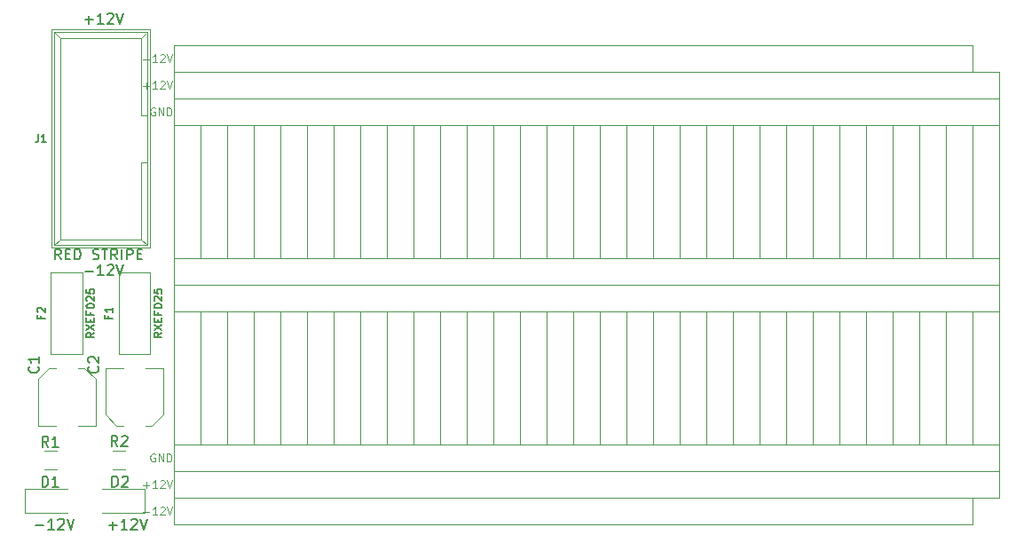
<source format=gbr>
G04 #@! TF.GenerationSoftware,KiCad,Pcbnew,5.1.5-52549c5~84~ubuntu18.04.1*
G04 #@! TF.CreationDate,2020-07-04T19:59:31-04:00*
G04 #@! TF.ProjectId,kosmo_proto_smd,6b6f736d-6f5f-4707-926f-746f5f736d64,rev?*
G04 #@! TF.SameCoordinates,Original*
G04 #@! TF.FileFunction,Legend,Top*
G04 #@! TF.FilePolarity,Positive*
%FSLAX46Y46*%
G04 Gerber Fmt 4.6, Leading zero omitted, Abs format (unit mm)*
G04 Created by KiCad (PCBNEW 5.1.5-52549c5~84~ubuntu18.04.1) date 2020-07-04 19:59:31*
%MOMM*%
%LPD*%
G04 APERTURE LIST*
%ADD10C,0.150000*%
%ADD11C,0.120000*%
%ADD12C,0.101600*%
G04 APERTURE END LIST*
D10*
X57293095Y-104211428D02*
X58055000Y-104211428D01*
X57674047Y-104592380D02*
X57674047Y-103830476D01*
X59055000Y-104592380D02*
X58483571Y-104592380D01*
X58769285Y-104592380D02*
X58769285Y-103592380D01*
X58674047Y-103735238D01*
X58578809Y-103830476D01*
X58483571Y-103878095D01*
X59435952Y-103687619D02*
X59483571Y-103640000D01*
X59578809Y-103592380D01*
X59816904Y-103592380D01*
X59912142Y-103640000D01*
X59959761Y-103687619D01*
X60007380Y-103782857D01*
X60007380Y-103878095D01*
X59959761Y-104020952D01*
X59388333Y-104592380D01*
X60007380Y-104592380D01*
X60293095Y-103592380D02*
X60626428Y-104592380D01*
X60959761Y-103592380D01*
X50308095Y-104211428D02*
X51070000Y-104211428D01*
X52070000Y-104592380D02*
X51498571Y-104592380D01*
X51784285Y-104592380D02*
X51784285Y-103592380D01*
X51689047Y-103735238D01*
X51593809Y-103830476D01*
X51498571Y-103878095D01*
X52450952Y-103687619D02*
X52498571Y-103640000D01*
X52593809Y-103592380D01*
X52831904Y-103592380D01*
X52927142Y-103640000D01*
X52974761Y-103687619D01*
X53022380Y-103782857D01*
X53022380Y-103878095D01*
X52974761Y-104020952D01*
X52403333Y-104592380D01*
X53022380Y-104592380D01*
X53308095Y-103592380D02*
X53641428Y-104592380D01*
X53974761Y-103592380D01*
D11*
X139700000Y-104140000D02*
X139700000Y-101600000D01*
X139700000Y-58420000D02*
X139700000Y-60960000D01*
X139700000Y-83820000D02*
X139700000Y-96520000D01*
X139700000Y-101600000D02*
X142240000Y-101600000D01*
X139700000Y-99060000D02*
X142240000Y-99060000D01*
X139700000Y-96520000D02*
X142240000Y-96520000D01*
X139700000Y-83820000D02*
X142240000Y-83820000D01*
X139700000Y-81280000D02*
X142240000Y-81280000D01*
X139700000Y-78740000D02*
X142240000Y-78740000D01*
X139700000Y-66040000D02*
X139700000Y-78740000D01*
X139700000Y-66040000D02*
X142240000Y-66040000D01*
X139700000Y-63500000D02*
X142240000Y-63500000D01*
X139700000Y-60960000D02*
X142240000Y-60960000D01*
X134620000Y-83820000D02*
X134620000Y-96520000D01*
X137160000Y-83820000D02*
X137160000Y-96520000D01*
X132080000Y-83820000D02*
X132080000Y-96520000D01*
X129540000Y-83820000D02*
X129540000Y-96520000D01*
X127000000Y-83820000D02*
X127000000Y-96520000D01*
X124460000Y-83820000D02*
X124460000Y-96520000D01*
X116840000Y-83820000D02*
X116840000Y-96520000D01*
X119380000Y-83820000D02*
X119380000Y-96520000D01*
X121920000Y-83820000D02*
X121920000Y-96520000D01*
X104140000Y-83820000D02*
X104140000Y-96520000D01*
X106680000Y-83820000D02*
X106680000Y-96520000D01*
X111760000Y-83820000D02*
X111760000Y-96520000D01*
X114300000Y-83820000D02*
X114300000Y-96520000D01*
X109220000Y-83820000D02*
X109220000Y-96520000D01*
X93980000Y-83820000D02*
X93980000Y-96520000D01*
X91440000Y-83820000D02*
X91440000Y-96520000D01*
X99060000Y-83820000D02*
X99060000Y-96520000D01*
X96520000Y-83820000D02*
X96520000Y-96520000D01*
X101600000Y-83820000D02*
X101600000Y-96520000D01*
X86360000Y-83820000D02*
X86360000Y-96520000D01*
X83820000Y-83820000D02*
X83820000Y-96520000D01*
X78740000Y-83820000D02*
X78740000Y-96520000D01*
X81280000Y-83820000D02*
X81280000Y-96520000D01*
X88900000Y-83820000D02*
X88900000Y-96520000D01*
X66040000Y-83820000D02*
X66040000Y-96520000D01*
X76200000Y-83820000D02*
X76200000Y-96520000D01*
X71120000Y-83820000D02*
X71120000Y-96520000D01*
X68580000Y-83820000D02*
X68580000Y-96520000D01*
X73660000Y-83820000D02*
X73660000Y-96520000D01*
X137160000Y-66040000D02*
X137160000Y-78740000D01*
X129540000Y-66040000D02*
X129540000Y-78740000D01*
X132080000Y-66040000D02*
X132080000Y-78740000D01*
X134620000Y-66040000D02*
X134620000Y-78740000D01*
X121920000Y-66040000D02*
X121920000Y-78740000D01*
X116840000Y-66040000D02*
X116840000Y-78740000D01*
X119380000Y-66040000D02*
X119380000Y-78740000D01*
X127000000Y-66040000D02*
X127000000Y-78740000D01*
X124460000Y-66040000D02*
X124460000Y-78740000D01*
X106680000Y-66040000D02*
X106680000Y-78740000D01*
X114300000Y-66040000D02*
X114300000Y-78740000D01*
X104140000Y-66040000D02*
X104140000Y-78740000D01*
X111760000Y-66040000D02*
X111760000Y-78740000D01*
X109220000Y-66040000D02*
X109220000Y-78740000D01*
X96520000Y-66040000D02*
X96520000Y-78740000D01*
X101600000Y-66040000D02*
X101600000Y-78740000D01*
X99060000Y-66040000D02*
X99060000Y-78740000D01*
X91440000Y-66040000D02*
X91440000Y-78740000D01*
X93980000Y-66040000D02*
X93980000Y-78740000D01*
X78740000Y-66040000D02*
X78740000Y-78740000D01*
X88900000Y-66040000D02*
X88900000Y-78740000D01*
X83820000Y-66040000D02*
X83820000Y-78740000D01*
X81280000Y-66040000D02*
X81280000Y-78740000D01*
X86360000Y-66040000D02*
X86360000Y-78740000D01*
X76200000Y-66040000D02*
X76200000Y-78740000D01*
X73660000Y-66040000D02*
X73660000Y-78740000D01*
X71120000Y-66040000D02*
X71120000Y-78740000D01*
X68580000Y-66040000D02*
X68580000Y-78740000D01*
X66040000Y-66040000D02*
X66040000Y-78740000D01*
X104140000Y-99060000D02*
X106680000Y-99060000D01*
X114300000Y-101600000D02*
X116840000Y-101600000D01*
X124460000Y-96520000D02*
X127000000Y-96520000D01*
X124460000Y-101600000D02*
X127000000Y-101600000D01*
X127000000Y-104140000D02*
X129540000Y-104140000D01*
X134620000Y-96520000D02*
X137160000Y-96520000D01*
X127000000Y-81280000D02*
X129540000Y-81280000D01*
X137160000Y-81280000D02*
X139700000Y-81280000D01*
X109220000Y-96520000D02*
X111760000Y-96520000D01*
X121920000Y-60960000D02*
X124460000Y-60960000D01*
X132080000Y-60960000D02*
X134620000Y-60960000D01*
X134620000Y-99060000D02*
X137160000Y-99060000D01*
X129540000Y-58420000D02*
X132080000Y-58420000D01*
X119380000Y-63500000D02*
X121920000Y-63500000D01*
X104140000Y-96520000D02*
X106680000Y-96520000D01*
X104140000Y-104140000D02*
X106680000Y-104140000D01*
X134620000Y-81280000D02*
X137160000Y-81280000D01*
X129540000Y-96520000D02*
X132080000Y-96520000D01*
X119380000Y-104140000D02*
X121920000Y-104140000D01*
X116840000Y-96520000D02*
X119380000Y-96520000D01*
X127000000Y-66040000D02*
X129540000Y-66040000D01*
X114300000Y-99060000D02*
X116840000Y-99060000D01*
X114300000Y-96520000D02*
X116840000Y-96520000D01*
X129540000Y-81280000D02*
X132080000Y-81280000D01*
X111760000Y-83820000D02*
X114300000Y-83820000D01*
X124460000Y-78740000D02*
X127000000Y-78740000D01*
X106680000Y-66040000D02*
X109220000Y-66040000D01*
X119380000Y-96520000D02*
X121920000Y-96520000D01*
X134620000Y-60960000D02*
X137160000Y-60960000D01*
X109220000Y-99060000D02*
X111760000Y-99060000D01*
X121920000Y-63500000D02*
X124460000Y-63500000D01*
X127000000Y-60960000D02*
X129540000Y-60960000D01*
X114300000Y-58420000D02*
X116840000Y-58420000D01*
X134620000Y-101600000D02*
X137160000Y-101600000D01*
X111760000Y-63500000D02*
X114300000Y-63500000D01*
X134620000Y-78740000D02*
X137160000Y-78740000D01*
X127000000Y-99060000D02*
X129540000Y-99060000D01*
X124460000Y-63500000D02*
X127000000Y-63500000D01*
X106680000Y-104140000D02*
X109220000Y-104140000D01*
X132080000Y-63500000D02*
X134620000Y-63500000D01*
X134620000Y-104140000D02*
X137160000Y-104140000D01*
X116840000Y-66040000D02*
X119380000Y-66040000D01*
X119380000Y-58420000D02*
X121920000Y-58420000D01*
X121920000Y-66040000D02*
X124460000Y-66040000D01*
X137160000Y-99060000D02*
X139700000Y-99060000D01*
X121920000Y-101600000D02*
X124460000Y-101600000D01*
X104140000Y-83820000D02*
X106680000Y-83820000D01*
X111760000Y-81280000D02*
X114300000Y-81280000D01*
X121920000Y-99060000D02*
X124460000Y-99060000D01*
X109220000Y-66040000D02*
X111760000Y-66040000D01*
X104140000Y-63500000D02*
X106680000Y-63500000D01*
X104140000Y-101600000D02*
X106680000Y-101600000D01*
X109220000Y-78740000D02*
X111760000Y-78740000D01*
X109220000Y-60960000D02*
X111760000Y-60960000D01*
X137160000Y-96520000D02*
X139700000Y-96520000D01*
X116840000Y-78740000D02*
X119380000Y-78740000D01*
X106680000Y-63500000D02*
X109220000Y-63500000D01*
X121920000Y-96520000D02*
X124460000Y-96520000D01*
X119380000Y-101600000D02*
X121920000Y-101600000D01*
X109220000Y-101600000D02*
X111760000Y-101600000D01*
X119380000Y-60960000D02*
X121920000Y-60960000D01*
X121920000Y-81280000D02*
X124460000Y-81280000D01*
X109220000Y-63500000D02*
X111760000Y-63500000D01*
X106680000Y-83820000D02*
X109220000Y-83820000D01*
X121920000Y-78740000D02*
X124460000Y-78740000D01*
X134620000Y-66040000D02*
X137160000Y-66040000D01*
X114300000Y-104140000D02*
X116840000Y-104140000D01*
X104140000Y-78740000D02*
X106680000Y-78740000D01*
X129540000Y-63500000D02*
X132080000Y-63500000D01*
X124460000Y-66040000D02*
X127000000Y-66040000D01*
X129540000Y-78740000D02*
X132080000Y-78740000D01*
X106680000Y-81280000D02*
X109220000Y-81280000D01*
X111760000Y-60960000D02*
X114300000Y-60960000D01*
X116840000Y-63500000D02*
X119380000Y-63500000D01*
X106680000Y-60960000D02*
X109220000Y-60960000D01*
X137160000Y-104140000D02*
X139700000Y-104140000D01*
X116840000Y-81280000D02*
X119380000Y-81280000D01*
X109220000Y-83820000D02*
X111760000Y-83820000D01*
X114300000Y-81280000D02*
X116840000Y-81280000D01*
X116840000Y-104140000D02*
X119380000Y-104140000D01*
X124460000Y-83820000D02*
X127000000Y-83820000D01*
X114300000Y-60960000D02*
X116840000Y-60960000D01*
X106680000Y-101600000D02*
X109220000Y-101600000D01*
X132080000Y-83820000D02*
X134620000Y-83820000D01*
X104140000Y-81280000D02*
X106680000Y-81280000D01*
X111760000Y-104140000D02*
X114300000Y-104140000D01*
X121920000Y-83820000D02*
X124460000Y-83820000D01*
X114300000Y-78740000D02*
X116840000Y-78740000D01*
X134620000Y-58420000D02*
X137160000Y-58420000D01*
X116840000Y-83820000D02*
X119380000Y-83820000D01*
X127000000Y-78740000D02*
X129540000Y-78740000D01*
X137160000Y-101600000D02*
X139700000Y-101600000D01*
X116840000Y-99060000D02*
X119380000Y-99060000D01*
X132080000Y-66040000D02*
X134620000Y-66040000D01*
X104140000Y-58420000D02*
X106680000Y-58420000D01*
X119380000Y-78740000D02*
X121920000Y-78740000D01*
X111760000Y-66040000D02*
X114300000Y-66040000D01*
X124460000Y-104140000D02*
X127000000Y-104140000D01*
X104140000Y-66040000D02*
X106680000Y-66040000D01*
X132080000Y-58420000D02*
X134620000Y-58420000D01*
X132080000Y-99060000D02*
X134620000Y-99060000D01*
X124460000Y-81280000D02*
X127000000Y-81280000D01*
X119380000Y-81280000D02*
X121920000Y-81280000D01*
X106680000Y-78740000D02*
X109220000Y-78740000D01*
X124460000Y-60960000D02*
X127000000Y-60960000D01*
X116840000Y-101600000D02*
X119380000Y-101600000D01*
X127000000Y-96520000D02*
X129540000Y-96520000D01*
X106680000Y-58420000D02*
X109220000Y-58420000D01*
X111760000Y-58420000D02*
X114300000Y-58420000D01*
X129540000Y-101600000D02*
X132080000Y-101600000D01*
X124460000Y-99060000D02*
X127000000Y-99060000D01*
X114300000Y-63500000D02*
X116840000Y-63500000D01*
X106680000Y-96520000D02*
X109220000Y-96520000D01*
X127000000Y-58420000D02*
X129540000Y-58420000D01*
X119380000Y-99060000D02*
X121920000Y-99060000D01*
X137160000Y-66040000D02*
X139700000Y-66040000D01*
X137160000Y-78740000D02*
X139700000Y-78740000D01*
X111760000Y-101600000D02*
X114300000Y-101600000D01*
X132080000Y-78740000D02*
X134620000Y-78740000D01*
X119380000Y-66040000D02*
X121920000Y-66040000D01*
X137160000Y-60960000D02*
X139700000Y-60960000D01*
X137160000Y-58420000D02*
X139700000Y-58420000D01*
X111760000Y-99060000D02*
X114300000Y-99060000D01*
X121920000Y-58420000D02*
X124460000Y-58420000D01*
X121920000Y-104140000D02*
X124460000Y-104140000D01*
X114300000Y-83820000D02*
X116840000Y-83820000D01*
X116840000Y-60960000D02*
X119380000Y-60960000D01*
X129540000Y-83820000D02*
X132080000Y-83820000D01*
X134620000Y-63500000D02*
X137160000Y-63500000D01*
X111760000Y-78740000D02*
X114300000Y-78740000D01*
X127000000Y-63500000D02*
X129540000Y-63500000D01*
X132080000Y-101600000D02*
X134620000Y-101600000D01*
X132080000Y-96520000D02*
X134620000Y-96520000D01*
X129540000Y-99060000D02*
X132080000Y-99060000D01*
X129540000Y-60960000D02*
X132080000Y-60960000D01*
X137160000Y-63500000D02*
X139700000Y-63500000D01*
X109220000Y-81280000D02*
X111760000Y-81280000D01*
X111760000Y-96520000D02*
X114300000Y-96520000D01*
X116840000Y-58420000D02*
X119380000Y-58420000D01*
X119380000Y-83820000D02*
X121920000Y-83820000D01*
X129540000Y-66040000D02*
X132080000Y-66040000D01*
X129540000Y-104140000D02*
X132080000Y-104140000D01*
X137160000Y-83820000D02*
X139700000Y-83820000D01*
X124460000Y-58420000D02*
X127000000Y-58420000D01*
X127000000Y-101600000D02*
X129540000Y-101600000D01*
X104140000Y-60960000D02*
X106680000Y-60960000D01*
X109220000Y-104140000D02*
X111760000Y-104140000D01*
X109220000Y-58420000D02*
X111760000Y-58420000D01*
X127000000Y-83820000D02*
X129540000Y-83820000D01*
X106680000Y-99060000D02*
X109220000Y-99060000D01*
X142240000Y-60960000D02*
X142240000Y-101600000D01*
X114300000Y-66040000D02*
X116840000Y-66040000D01*
X132080000Y-81280000D02*
X134620000Y-81280000D01*
X132080000Y-104140000D02*
X134620000Y-104140000D01*
X134620000Y-83820000D02*
X137160000Y-83820000D01*
X93980000Y-96520000D02*
X96520000Y-96520000D01*
X93980000Y-101600000D02*
X96520000Y-101600000D01*
X96520000Y-104140000D02*
X99060000Y-104140000D01*
X96520000Y-81280000D02*
X99060000Y-81280000D01*
X101600000Y-60960000D02*
X104140000Y-60960000D01*
X99060000Y-58420000D02*
X101600000Y-58420000D01*
X99060000Y-96520000D02*
X101600000Y-96520000D01*
X96520000Y-66040000D02*
X99060000Y-66040000D01*
X99060000Y-81280000D02*
X101600000Y-81280000D01*
X93980000Y-78740000D02*
X96520000Y-78740000D01*
X96520000Y-60960000D02*
X99060000Y-60960000D01*
X96520000Y-99060000D02*
X99060000Y-99060000D01*
X93980000Y-63500000D02*
X96520000Y-63500000D01*
X101600000Y-63500000D02*
X104140000Y-63500000D01*
X99060000Y-63500000D02*
X101600000Y-63500000D01*
X93980000Y-66040000D02*
X96520000Y-66040000D01*
X99060000Y-78740000D02*
X101600000Y-78740000D01*
X93980000Y-83820000D02*
X96520000Y-83820000D01*
X101600000Y-83820000D02*
X104140000Y-83820000D01*
X96520000Y-78740000D02*
X99060000Y-78740000D01*
X101600000Y-66040000D02*
X104140000Y-66040000D01*
X93980000Y-104140000D02*
X96520000Y-104140000D01*
X101600000Y-58420000D02*
X104140000Y-58420000D01*
X101600000Y-99060000D02*
X104140000Y-99060000D01*
X93980000Y-81280000D02*
X96520000Y-81280000D01*
X93980000Y-60960000D02*
X96520000Y-60960000D01*
X96520000Y-96520000D02*
X99060000Y-96520000D01*
X99060000Y-101600000D02*
X101600000Y-101600000D01*
X93980000Y-99060000D02*
X96520000Y-99060000D01*
X96520000Y-58420000D02*
X99060000Y-58420000D01*
X101600000Y-78740000D02*
X104140000Y-78740000D01*
X99060000Y-83820000D02*
X101600000Y-83820000D01*
X96520000Y-63500000D02*
X99060000Y-63500000D01*
X101600000Y-101600000D02*
X104140000Y-101600000D01*
X101600000Y-96520000D02*
X104140000Y-96520000D01*
X99060000Y-99060000D02*
X101600000Y-99060000D01*
X99060000Y-60960000D02*
X101600000Y-60960000D01*
X99060000Y-66040000D02*
X101600000Y-66040000D01*
X99060000Y-104140000D02*
X101600000Y-104140000D01*
X93980000Y-58420000D02*
X96520000Y-58420000D01*
X96520000Y-101600000D02*
X99060000Y-101600000D01*
X96520000Y-83820000D02*
X99060000Y-83820000D01*
X101600000Y-81280000D02*
X104140000Y-81280000D01*
X101600000Y-104140000D02*
X104140000Y-104140000D01*
X83820000Y-101600000D02*
X86360000Y-101600000D01*
X91440000Y-60960000D02*
X93980000Y-60960000D01*
X88900000Y-63500000D02*
X91440000Y-63500000D01*
X88900000Y-104140000D02*
X91440000Y-104140000D01*
X86360000Y-96520000D02*
X88900000Y-96520000D01*
X83820000Y-99060000D02*
X86360000Y-99060000D01*
X83820000Y-96520000D02*
X86360000Y-96520000D01*
X88900000Y-96520000D02*
X91440000Y-96520000D01*
X91440000Y-63500000D02*
X93980000Y-63500000D01*
X83820000Y-58420000D02*
X86360000Y-58420000D01*
X86360000Y-66040000D02*
X88900000Y-66040000D01*
X88900000Y-58420000D02*
X91440000Y-58420000D01*
X91440000Y-66040000D02*
X93980000Y-66040000D01*
X91440000Y-101600000D02*
X93980000Y-101600000D01*
X91440000Y-99060000D02*
X93980000Y-99060000D01*
X86360000Y-78740000D02*
X88900000Y-78740000D01*
X91440000Y-96520000D02*
X93980000Y-96520000D01*
X88900000Y-101600000D02*
X91440000Y-101600000D01*
X88900000Y-60960000D02*
X91440000Y-60960000D01*
X91440000Y-81280000D02*
X93980000Y-81280000D01*
X91440000Y-78740000D02*
X93980000Y-78740000D01*
X83820000Y-104140000D02*
X86360000Y-104140000D01*
X86360000Y-63500000D02*
X88900000Y-63500000D01*
X86360000Y-81280000D02*
X88900000Y-81280000D01*
X83820000Y-81280000D02*
X86360000Y-81280000D01*
X86360000Y-104140000D02*
X88900000Y-104140000D01*
X83820000Y-60960000D02*
X86360000Y-60960000D01*
X91440000Y-83820000D02*
X93980000Y-83820000D01*
X83820000Y-78740000D02*
X86360000Y-78740000D01*
X86360000Y-83820000D02*
X88900000Y-83820000D01*
X86360000Y-99060000D02*
X88900000Y-99060000D01*
X88900000Y-78740000D02*
X91440000Y-78740000D01*
X88900000Y-81280000D02*
X91440000Y-81280000D01*
X86360000Y-101600000D02*
X88900000Y-101600000D01*
X83820000Y-63500000D02*
X86360000Y-63500000D01*
X88900000Y-99060000D02*
X91440000Y-99060000D01*
X88900000Y-66040000D02*
X91440000Y-66040000D01*
X91440000Y-58420000D02*
X93980000Y-58420000D01*
X91440000Y-104140000D02*
X93980000Y-104140000D01*
X83820000Y-83820000D02*
X86360000Y-83820000D01*
X86360000Y-60960000D02*
X88900000Y-60960000D01*
X86360000Y-58420000D02*
X88900000Y-58420000D01*
X88900000Y-83820000D02*
X91440000Y-83820000D01*
X83820000Y-66040000D02*
X86360000Y-66040000D01*
X73660000Y-99060000D02*
X76200000Y-99060000D01*
X78740000Y-96520000D02*
X81280000Y-96520000D01*
X73660000Y-96520000D02*
X76200000Y-96520000D01*
X73660000Y-104140000D02*
X76200000Y-104140000D01*
X81280000Y-83820000D02*
X83820000Y-83820000D01*
X76200000Y-66040000D02*
X78740000Y-66040000D01*
X78740000Y-99060000D02*
X81280000Y-99060000D01*
X81280000Y-63500000D02*
X83820000Y-63500000D01*
X76200000Y-104140000D02*
X78740000Y-104140000D01*
X73660000Y-83820000D02*
X76200000Y-83820000D01*
X81280000Y-81280000D02*
X83820000Y-81280000D01*
X78740000Y-66040000D02*
X81280000Y-66040000D01*
X73660000Y-63500000D02*
X76200000Y-63500000D01*
X73660000Y-101600000D02*
X76200000Y-101600000D01*
X78740000Y-78740000D02*
X81280000Y-78740000D01*
X78740000Y-60960000D02*
X81280000Y-60960000D01*
X76200000Y-63500000D02*
X78740000Y-63500000D01*
X78740000Y-101600000D02*
X81280000Y-101600000D01*
X78740000Y-63500000D02*
X81280000Y-63500000D01*
X76200000Y-83820000D02*
X78740000Y-83820000D01*
X73660000Y-78740000D02*
X76200000Y-78740000D01*
X76200000Y-81280000D02*
X78740000Y-81280000D01*
X81280000Y-60960000D02*
X83820000Y-60960000D01*
X76200000Y-60960000D02*
X78740000Y-60960000D01*
X78740000Y-83820000D02*
X81280000Y-83820000D01*
X76200000Y-101600000D02*
X78740000Y-101600000D01*
X73660000Y-81280000D02*
X76200000Y-81280000D01*
X81280000Y-104140000D02*
X83820000Y-104140000D01*
X73660000Y-58420000D02*
X76200000Y-58420000D01*
X81280000Y-66040000D02*
X83820000Y-66040000D01*
X73660000Y-66040000D02*
X76200000Y-66040000D01*
X76200000Y-78740000D02*
X78740000Y-78740000D01*
X76200000Y-58420000D02*
X78740000Y-58420000D01*
X81280000Y-58420000D02*
X83820000Y-58420000D01*
X76200000Y-96520000D02*
X78740000Y-96520000D01*
X81280000Y-101600000D02*
X83820000Y-101600000D01*
X81280000Y-99060000D02*
X83820000Y-99060000D01*
X81280000Y-78740000D02*
X83820000Y-78740000D01*
X78740000Y-81280000D02*
X81280000Y-81280000D01*
X81280000Y-96520000D02*
X83820000Y-96520000D01*
X73660000Y-60960000D02*
X76200000Y-60960000D01*
X78740000Y-104140000D02*
X81280000Y-104140000D01*
X78740000Y-58420000D02*
X81280000Y-58420000D01*
X76200000Y-99060000D02*
X78740000Y-99060000D01*
X71120000Y-96520000D02*
X73660000Y-96520000D01*
X71120000Y-99060000D02*
X73660000Y-99060000D01*
X71120000Y-66040000D02*
X73660000Y-66040000D01*
X71120000Y-78740000D02*
X73660000Y-78740000D01*
X71120000Y-60960000D02*
X73660000Y-60960000D01*
X71120000Y-101600000D02*
X73660000Y-101600000D01*
X71120000Y-63500000D02*
X73660000Y-63500000D01*
X71120000Y-83820000D02*
X73660000Y-83820000D01*
X71120000Y-81280000D02*
X73660000Y-81280000D01*
X71120000Y-104140000D02*
X73660000Y-104140000D01*
X71120000Y-58420000D02*
X73660000Y-58420000D01*
X68580000Y-66040000D02*
X71120000Y-66040000D01*
X68580000Y-104140000D02*
X71120000Y-104140000D01*
X68580000Y-63500000D02*
X71120000Y-63500000D01*
X68580000Y-83820000D02*
X71120000Y-83820000D01*
X68580000Y-81280000D02*
X71120000Y-81280000D01*
X68580000Y-60960000D02*
X71120000Y-60960000D01*
X68580000Y-101600000D02*
X71120000Y-101600000D01*
X68580000Y-78740000D02*
X71120000Y-78740000D01*
X68580000Y-58420000D02*
X71120000Y-58420000D01*
X68580000Y-96520000D02*
X71120000Y-96520000D01*
X68580000Y-99060000D02*
X71120000Y-99060000D01*
X66040000Y-99060000D02*
X68580000Y-99060000D01*
X66040000Y-96520000D02*
X68580000Y-96520000D01*
X66040000Y-104140000D02*
X68580000Y-104140000D01*
X66040000Y-83820000D02*
X68580000Y-83820000D01*
X66040000Y-63500000D02*
X68580000Y-63500000D01*
X66040000Y-101600000D02*
X68580000Y-101600000D01*
X66040000Y-78740000D02*
X68580000Y-78740000D01*
X66040000Y-81280000D02*
X68580000Y-81280000D01*
X66040000Y-58420000D02*
X68580000Y-58420000D01*
X66040000Y-66040000D02*
X68580000Y-66040000D01*
X66040000Y-60960000D02*
X68580000Y-60960000D01*
X63500000Y-104140000D02*
X66040000Y-104140000D01*
X63500000Y-101600000D02*
X66040000Y-101600000D01*
X63500000Y-99060000D02*
X66040000Y-99060000D01*
X63500000Y-96520000D02*
X66040000Y-96520000D01*
X63500000Y-83820000D02*
X66040000Y-83820000D01*
X63500000Y-81280000D02*
X66040000Y-81280000D01*
X63500000Y-78740000D02*
X66040000Y-78740000D01*
X63500000Y-58420000D02*
X66040000Y-58420000D01*
X63500000Y-60960000D02*
X66040000Y-60960000D01*
X63500000Y-63500000D02*
X66040000Y-63500000D01*
X63500000Y-66040000D02*
X66040000Y-66040000D01*
X63500000Y-58420000D02*
X63500000Y-104140000D01*
D12*
X60567388Y-102924428D02*
X61147960Y-102924428D01*
X61909960Y-103214714D02*
X61474531Y-103214714D01*
X61692245Y-103214714D02*
X61692245Y-102452714D01*
X61619674Y-102561571D01*
X61547102Y-102634142D01*
X61474531Y-102670428D01*
X62200245Y-102525285D02*
X62236531Y-102489000D01*
X62309102Y-102452714D01*
X62490531Y-102452714D01*
X62563102Y-102489000D01*
X62599388Y-102525285D01*
X62635674Y-102597857D01*
X62635674Y-102670428D01*
X62599388Y-102779285D01*
X62163960Y-103214714D01*
X62635674Y-103214714D01*
X62853388Y-102452714D02*
X63107388Y-103214714D01*
X63361388Y-102452714D01*
X61692245Y-97409000D02*
X61619674Y-97372714D01*
X61510817Y-97372714D01*
X61401960Y-97409000D01*
X61329388Y-97481571D01*
X61293102Y-97554142D01*
X61256817Y-97699285D01*
X61256817Y-97808142D01*
X61293102Y-97953285D01*
X61329388Y-98025857D01*
X61401960Y-98098428D01*
X61510817Y-98134714D01*
X61583388Y-98134714D01*
X61692245Y-98098428D01*
X61728531Y-98062142D01*
X61728531Y-97808142D01*
X61583388Y-97808142D01*
X62055102Y-98134714D02*
X62055102Y-97372714D01*
X62490531Y-98134714D01*
X62490531Y-97372714D01*
X62853388Y-98134714D02*
X62853388Y-97372714D01*
X63034817Y-97372714D01*
X63143674Y-97409000D01*
X63216245Y-97481571D01*
X63252531Y-97554142D01*
X63288817Y-97699285D01*
X63288817Y-97808142D01*
X63252531Y-97953285D01*
X63216245Y-98025857D01*
X63143674Y-98098428D01*
X63034817Y-98134714D01*
X62853388Y-98134714D01*
X60567388Y-100384428D02*
X61147960Y-100384428D01*
X60857674Y-100674714D02*
X60857674Y-100094142D01*
X61909960Y-100674714D02*
X61474531Y-100674714D01*
X61692245Y-100674714D02*
X61692245Y-99912714D01*
X61619674Y-100021571D01*
X61547102Y-100094142D01*
X61474531Y-100130428D01*
X62200245Y-99985285D02*
X62236531Y-99949000D01*
X62309102Y-99912714D01*
X62490531Y-99912714D01*
X62563102Y-99949000D01*
X62599388Y-99985285D01*
X62635674Y-100057857D01*
X62635674Y-100130428D01*
X62599388Y-100239285D01*
X62163960Y-100674714D01*
X62635674Y-100674714D01*
X62853388Y-99912714D02*
X63107388Y-100674714D01*
X63361388Y-99912714D01*
X60567388Y-62284428D02*
X61147960Y-62284428D01*
X60857674Y-62574714D02*
X60857674Y-61994142D01*
X61909960Y-62574714D02*
X61474531Y-62574714D01*
X61692245Y-62574714D02*
X61692245Y-61812714D01*
X61619674Y-61921571D01*
X61547102Y-61994142D01*
X61474531Y-62030428D01*
X62200245Y-61885285D02*
X62236531Y-61849000D01*
X62309102Y-61812714D01*
X62490531Y-61812714D01*
X62563102Y-61849000D01*
X62599388Y-61885285D01*
X62635674Y-61957857D01*
X62635674Y-62030428D01*
X62599388Y-62139285D01*
X62163960Y-62574714D01*
X62635674Y-62574714D01*
X62853388Y-61812714D02*
X63107388Y-62574714D01*
X63361388Y-61812714D01*
X61692245Y-64389000D02*
X61619674Y-64352714D01*
X61510817Y-64352714D01*
X61401960Y-64389000D01*
X61329388Y-64461571D01*
X61293102Y-64534142D01*
X61256817Y-64679285D01*
X61256817Y-64788142D01*
X61293102Y-64933285D01*
X61329388Y-65005857D01*
X61401960Y-65078428D01*
X61510817Y-65114714D01*
X61583388Y-65114714D01*
X61692245Y-65078428D01*
X61728531Y-65042142D01*
X61728531Y-64788142D01*
X61583388Y-64788142D01*
X62055102Y-65114714D02*
X62055102Y-64352714D01*
X62490531Y-65114714D01*
X62490531Y-64352714D01*
X62853388Y-65114714D02*
X62853388Y-64352714D01*
X63034817Y-64352714D01*
X63143674Y-64389000D01*
X63216245Y-64461571D01*
X63252531Y-64534142D01*
X63288817Y-64679285D01*
X63288817Y-64788142D01*
X63252531Y-64933285D01*
X63216245Y-65005857D01*
X63143674Y-65078428D01*
X63034817Y-65114714D01*
X62853388Y-65114714D01*
X60567388Y-59744428D02*
X61147960Y-59744428D01*
X61909960Y-60034714D02*
X61474531Y-60034714D01*
X61692245Y-60034714D02*
X61692245Y-59272714D01*
X61619674Y-59381571D01*
X61547102Y-59454142D01*
X61474531Y-59490428D01*
X62200245Y-59345285D02*
X62236531Y-59309000D01*
X62309102Y-59272714D01*
X62490531Y-59272714D01*
X62563102Y-59309000D01*
X62599388Y-59345285D01*
X62635674Y-59417857D01*
X62635674Y-59490428D01*
X62599388Y-59599285D01*
X62163960Y-60034714D01*
X62635674Y-60034714D01*
X62853388Y-59272714D02*
X63107388Y-60034714D01*
X63361388Y-59272714D01*
D11*
X60385000Y-69560000D02*
X60385000Y-76940000D01*
X60885000Y-69560000D02*
X60405000Y-69560000D01*
X60385000Y-65060000D02*
X60895000Y-65060000D01*
X60385000Y-57690000D02*
X60385000Y-65040000D01*
X60385000Y-57690000D02*
X60885000Y-57190000D01*
X52635000Y-57690000D02*
X60385000Y-57690000D01*
X52635000Y-57690000D02*
X52085000Y-57140000D01*
X52635000Y-76940000D02*
X52635000Y-57690000D01*
X52635000Y-76940000D02*
X52085000Y-77490000D01*
X60385000Y-76940000D02*
X52635000Y-76940000D01*
X60935000Y-77490000D02*
X60385000Y-76940000D01*
X60935000Y-57140000D02*
X60935000Y-77490000D01*
X52085000Y-57140000D02*
X60935000Y-57140000D01*
X52085000Y-77490000D02*
X52085000Y-57140000D01*
X60935000Y-77490000D02*
X52085000Y-77490000D01*
X61190000Y-77740000D02*
X51840000Y-77740000D01*
X61190000Y-56880000D02*
X61190000Y-77740000D01*
X51840000Y-56880000D02*
X61190000Y-56880000D01*
X51840000Y-77740000D02*
X51840000Y-56880000D01*
X58829564Y-97058000D02*
X57625436Y-97058000D01*
X58829564Y-98878000D02*
X57625436Y-98878000D01*
X52358564Y-97058000D02*
X51154436Y-97058000D01*
X52358564Y-98878000D02*
X51154436Y-98878000D01*
X51769000Y-80098000D02*
X54769000Y-80098000D01*
X51769000Y-87838000D02*
X54769000Y-87838000D01*
X54769000Y-87838000D02*
X54769000Y-80098000D01*
X51769000Y-87838000D02*
X51769000Y-80098000D01*
X58215000Y-80098000D02*
X61215000Y-80098000D01*
X58215000Y-87838000D02*
X61215000Y-87838000D01*
X61215000Y-87838000D02*
X61215000Y-80098000D01*
X58215000Y-87838000D02*
X58215000Y-80098000D01*
X60687500Y-100719000D02*
X56627500Y-100719000D01*
X60687500Y-102989000D02*
X60687500Y-100719000D01*
X56627500Y-102989000D02*
X60687500Y-102989000D01*
X49296500Y-102989000D02*
X53356500Y-102989000D01*
X49296500Y-100719000D02*
X49296500Y-102989000D01*
X53356500Y-100719000D02*
X49296500Y-100719000D01*
X51573437Y-89208000D02*
X50509000Y-90272437D01*
X54964563Y-89208000D02*
X56029000Y-90272437D01*
X54964563Y-89208000D02*
X54329000Y-89208000D01*
X51573437Y-89208000D02*
X52209000Y-89208000D01*
X50509000Y-90272437D02*
X50509000Y-94728000D01*
X56029000Y-90272437D02*
X56029000Y-94728000D01*
X56029000Y-94728000D02*
X54329000Y-94728000D01*
X50509000Y-94728000D02*
X52209000Y-94728000D01*
X61410563Y-94728000D02*
X62475000Y-93663563D01*
X58019437Y-94728000D02*
X56955000Y-93663563D01*
X58019437Y-94728000D02*
X58655000Y-94728000D01*
X61410563Y-94728000D02*
X60775000Y-94728000D01*
X62475000Y-93663563D02*
X62475000Y-89208000D01*
X56955000Y-93663563D02*
X56955000Y-89208000D01*
X56955000Y-89208000D02*
X58655000Y-89208000D01*
X62475000Y-89208000D02*
X60775000Y-89208000D01*
D10*
X50550000Y-66899285D02*
X50550000Y-67435000D01*
X50514285Y-67542142D01*
X50442857Y-67613571D01*
X50335714Y-67649285D01*
X50264285Y-67649285D01*
X51300000Y-67649285D02*
X50871428Y-67649285D01*
X51085714Y-67649285D02*
X51085714Y-66899285D01*
X51014285Y-67006428D01*
X50942857Y-67077857D01*
X50871428Y-67113571D01*
X52713571Y-78842380D02*
X52380238Y-78366190D01*
X52142142Y-78842380D02*
X52142142Y-77842380D01*
X52523095Y-77842380D01*
X52618333Y-77890000D01*
X52665952Y-77937619D01*
X52713571Y-78032857D01*
X52713571Y-78175714D01*
X52665952Y-78270952D01*
X52618333Y-78318571D01*
X52523095Y-78366190D01*
X52142142Y-78366190D01*
X53142142Y-78318571D02*
X53475476Y-78318571D01*
X53618333Y-78842380D02*
X53142142Y-78842380D01*
X53142142Y-77842380D01*
X53618333Y-77842380D01*
X54046904Y-78842380D02*
X54046904Y-77842380D01*
X54285000Y-77842380D01*
X54427857Y-77890000D01*
X54523095Y-77985238D01*
X54570714Y-78080476D01*
X54618333Y-78270952D01*
X54618333Y-78413809D01*
X54570714Y-78604285D01*
X54523095Y-78699523D01*
X54427857Y-78794761D01*
X54285000Y-78842380D01*
X54046904Y-78842380D01*
X55761190Y-78794761D02*
X55904047Y-78842380D01*
X56142142Y-78842380D01*
X56237380Y-78794761D01*
X56285000Y-78747142D01*
X56332619Y-78651904D01*
X56332619Y-78556666D01*
X56285000Y-78461428D01*
X56237380Y-78413809D01*
X56142142Y-78366190D01*
X55951666Y-78318571D01*
X55856428Y-78270952D01*
X55808809Y-78223333D01*
X55761190Y-78128095D01*
X55761190Y-78032857D01*
X55808809Y-77937619D01*
X55856428Y-77890000D01*
X55951666Y-77842380D01*
X56189761Y-77842380D01*
X56332619Y-77890000D01*
X56618333Y-77842380D02*
X57189761Y-77842380D01*
X56904047Y-78842380D02*
X56904047Y-77842380D01*
X58094523Y-78842380D02*
X57761190Y-78366190D01*
X57523095Y-78842380D02*
X57523095Y-77842380D01*
X57904047Y-77842380D01*
X57999285Y-77890000D01*
X58046904Y-77937619D01*
X58094523Y-78032857D01*
X58094523Y-78175714D01*
X58046904Y-78270952D01*
X57999285Y-78318571D01*
X57904047Y-78366190D01*
X57523095Y-78366190D01*
X58523095Y-78842380D02*
X58523095Y-77842380D01*
X58999285Y-78842380D02*
X58999285Y-77842380D01*
X59380238Y-77842380D01*
X59475476Y-77890000D01*
X59523095Y-77937619D01*
X59570714Y-78032857D01*
X59570714Y-78175714D01*
X59523095Y-78270952D01*
X59475476Y-78318571D01*
X59380238Y-78366190D01*
X58999285Y-78366190D01*
X59999285Y-78318571D02*
X60332619Y-78318571D01*
X60475476Y-78842380D02*
X59999285Y-78842380D01*
X59999285Y-77842380D01*
X60475476Y-77842380D01*
X55023095Y-79961428D02*
X55785000Y-79961428D01*
X56785000Y-80342380D02*
X56213571Y-80342380D01*
X56499285Y-80342380D02*
X56499285Y-79342380D01*
X56404047Y-79485238D01*
X56308809Y-79580476D01*
X56213571Y-79628095D01*
X57165952Y-79437619D02*
X57213571Y-79390000D01*
X57308809Y-79342380D01*
X57546904Y-79342380D01*
X57642142Y-79390000D01*
X57689761Y-79437619D01*
X57737380Y-79532857D01*
X57737380Y-79628095D01*
X57689761Y-79770952D01*
X57118333Y-80342380D01*
X57737380Y-80342380D01*
X58023095Y-79342380D02*
X58356428Y-80342380D01*
X58689761Y-79342380D01*
X55023095Y-55961428D02*
X55785000Y-55961428D01*
X55404047Y-56342380D02*
X55404047Y-55580476D01*
X56785000Y-56342380D02*
X56213571Y-56342380D01*
X56499285Y-56342380D02*
X56499285Y-55342380D01*
X56404047Y-55485238D01*
X56308809Y-55580476D01*
X56213571Y-55628095D01*
X57165952Y-55437619D02*
X57213571Y-55390000D01*
X57308809Y-55342380D01*
X57546904Y-55342380D01*
X57642142Y-55390000D01*
X57689761Y-55437619D01*
X57737380Y-55532857D01*
X57737380Y-55628095D01*
X57689761Y-55770952D01*
X57118333Y-56342380D01*
X57737380Y-56342380D01*
X58023095Y-55342380D02*
X58356428Y-56342380D01*
X58689761Y-55342380D01*
X58126333Y-96654880D02*
X57793000Y-96178690D01*
X57554904Y-96654880D02*
X57554904Y-95654880D01*
X57935857Y-95654880D01*
X58031095Y-95702500D01*
X58078714Y-95750119D01*
X58126333Y-95845357D01*
X58126333Y-95988214D01*
X58078714Y-96083452D01*
X58031095Y-96131071D01*
X57935857Y-96178690D01*
X57554904Y-96178690D01*
X58507285Y-95750119D02*
X58554904Y-95702500D01*
X58650142Y-95654880D01*
X58888238Y-95654880D01*
X58983476Y-95702500D01*
X59031095Y-95750119D01*
X59078714Y-95845357D01*
X59078714Y-95940595D01*
X59031095Y-96083452D01*
X58459666Y-96654880D01*
X59078714Y-96654880D01*
X51522333Y-96718380D02*
X51189000Y-96242190D01*
X50950904Y-96718380D02*
X50950904Y-95718380D01*
X51331857Y-95718380D01*
X51427095Y-95766000D01*
X51474714Y-95813619D01*
X51522333Y-95908857D01*
X51522333Y-96051714D01*
X51474714Y-96146952D01*
X51427095Y-96194571D01*
X51331857Y-96242190D01*
X50950904Y-96242190D01*
X52474714Y-96718380D02*
X51903285Y-96718380D01*
X52189000Y-96718380D02*
X52189000Y-95718380D01*
X52093761Y-95861238D01*
X51998523Y-95956476D01*
X51903285Y-96004095D01*
X50815428Y-84218000D02*
X50815428Y-84468000D01*
X51208285Y-84468000D02*
X50458285Y-84468000D01*
X50458285Y-84110857D01*
X50529714Y-83860857D02*
X50494000Y-83825142D01*
X50458285Y-83753714D01*
X50458285Y-83575142D01*
X50494000Y-83503714D01*
X50529714Y-83468000D01*
X50601142Y-83432285D01*
X50672571Y-83432285D01*
X50779714Y-83468000D01*
X51208285Y-83896571D01*
X51208285Y-83432285D01*
X55908285Y-85825142D02*
X55551142Y-86075142D01*
X55908285Y-86253714D02*
X55158285Y-86253714D01*
X55158285Y-85968000D01*
X55194000Y-85896571D01*
X55229714Y-85860857D01*
X55301142Y-85825142D01*
X55408285Y-85825142D01*
X55479714Y-85860857D01*
X55515428Y-85896571D01*
X55551142Y-85968000D01*
X55551142Y-86253714D01*
X55158285Y-85575142D02*
X55908285Y-85075142D01*
X55158285Y-85075142D02*
X55908285Y-85575142D01*
X55515428Y-84789428D02*
X55515428Y-84539428D01*
X55908285Y-84432285D02*
X55908285Y-84789428D01*
X55158285Y-84789428D01*
X55158285Y-84432285D01*
X55515428Y-83860857D02*
X55515428Y-84110857D01*
X55908285Y-84110857D02*
X55158285Y-84110857D01*
X55158285Y-83753714D01*
X55158285Y-83325142D02*
X55158285Y-83253714D01*
X55194000Y-83182285D01*
X55229714Y-83146571D01*
X55301142Y-83110857D01*
X55444000Y-83075142D01*
X55622571Y-83075142D01*
X55765428Y-83110857D01*
X55836857Y-83146571D01*
X55872571Y-83182285D01*
X55908285Y-83253714D01*
X55908285Y-83325142D01*
X55872571Y-83396571D01*
X55836857Y-83432285D01*
X55765428Y-83468000D01*
X55622571Y-83503714D01*
X55444000Y-83503714D01*
X55301142Y-83468000D01*
X55229714Y-83432285D01*
X55194000Y-83396571D01*
X55158285Y-83325142D01*
X55229714Y-82789428D02*
X55194000Y-82753714D01*
X55158285Y-82682285D01*
X55158285Y-82503714D01*
X55194000Y-82432285D01*
X55229714Y-82396571D01*
X55301142Y-82360857D01*
X55372571Y-82360857D01*
X55479714Y-82396571D01*
X55908285Y-82825142D01*
X55908285Y-82360857D01*
X55158285Y-81682285D02*
X55158285Y-82039428D01*
X55515428Y-82075142D01*
X55479714Y-82039428D01*
X55444000Y-81968000D01*
X55444000Y-81789428D01*
X55479714Y-81718000D01*
X55515428Y-81682285D01*
X55586857Y-81646571D01*
X55765428Y-81646571D01*
X55836857Y-81682285D01*
X55872571Y-81718000D01*
X55908285Y-81789428D01*
X55908285Y-81968000D01*
X55872571Y-82039428D01*
X55836857Y-82075142D01*
X57261428Y-84218000D02*
X57261428Y-84468000D01*
X57654285Y-84468000D02*
X56904285Y-84468000D01*
X56904285Y-84110857D01*
X57654285Y-83432285D02*
X57654285Y-83860857D01*
X57654285Y-83646571D02*
X56904285Y-83646571D01*
X57011428Y-83718000D01*
X57082857Y-83789428D01*
X57118571Y-83860857D01*
X62354285Y-85825142D02*
X61997142Y-86075142D01*
X62354285Y-86253714D02*
X61604285Y-86253714D01*
X61604285Y-85968000D01*
X61640000Y-85896571D01*
X61675714Y-85860857D01*
X61747142Y-85825142D01*
X61854285Y-85825142D01*
X61925714Y-85860857D01*
X61961428Y-85896571D01*
X61997142Y-85968000D01*
X61997142Y-86253714D01*
X61604285Y-85575142D02*
X62354285Y-85075142D01*
X61604285Y-85075142D02*
X62354285Y-85575142D01*
X61961428Y-84789428D02*
X61961428Y-84539428D01*
X62354285Y-84432285D02*
X62354285Y-84789428D01*
X61604285Y-84789428D01*
X61604285Y-84432285D01*
X61961428Y-83860857D02*
X61961428Y-84110857D01*
X62354285Y-84110857D02*
X61604285Y-84110857D01*
X61604285Y-83753714D01*
X61604285Y-83325142D02*
X61604285Y-83253714D01*
X61640000Y-83182285D01*
X61675714Y-83146571D01*
X61747142Y-83110857D01*
X61890000Y-83075142D01*
X62068571Y-83075142D01*
X62211428Y-83110857D01*
X62282857Y-83146571D01*
X62318571Y-83182285D01*
X62354285Y-83253714D01*
X62354285Y-83325142D01*
X62318571Y-83396571D01*
X62282857Y-83432285D01*
X62211428Y-83468000D01*
X62068571Y-83503714D01*
X61890000Y-83503714D01*
X61747142Y-83468000D01*
X61675714Y-83432285D01*
X61640000Y-83396571D01*
X61604285Y-83325142D01*
X61675714Y-82789428D02*
X61640000Y-82753714D01*
X61604285Y-82682285D01*
X61604285Y-82503714D01*
X61640000Y-82432285D01*
X61675714Y-82396571D01*
X61747142Y-82360857D01*
X61818571Y-82360857D01*
X61925714Y-82396571D01*
X62354285Y-82825142D01*
X62354285Y-82360857D01*
X61604285Y-81682285D02*
X61604285Y-82039428D01*
X61961428Y-82075142D01*
X61925714Y-82039428D01*
X61890000Y-81968000D01*
X61890000Y-81789428D01*
X61925714Y-81718000D01*
X61961428Y-81682285D01*
X62032857Y-81646571D01*
X62211428Y-81646571D01*
X62282857Y-81682285D01*
X62318571Y-81718000D01*
X62354285Y-81789428D01*
X62354285Y-81968000D01*
X62318571Y-82039428D01*
X62282857Y-82075142D01*
X57618404Y-100528380D02*
X57618404Y-99528380D01*
X57856500Y-99528380D01*
X57999357Y-99576000D01*
X58094595Y-99671238D01*
X58142214Y-99766476D01*
X58189833Y-99956952D01*
X58189833Y-100099809D01*
X58142214Y-100290285D01*
X58094595Y-100385523D01*
X57999357Y-100480761D01*
X57856500Y-100528380D01*
X57618404Y-100528380D01*
X58570785Y-99623619D02*
X58618404Y-99576000D01*
X58713642Y-99528380D01*
X58951738Y-99528380D01*
X59046976Y-99576000D01*
X59094595Y-99623619D01*
X59142214Y-99718857D01*
X59142214Y-99814095D01*
X59094595Y-99956952D01*
X58523166Y-100528380D01*
X59142214Y-100528380D01*
X50950904Y-100528380D02*
X50950904Y-99528380D01*
X51189000Y-99528380D01*
X51331857Y-99576000D01*
X51427095Y-99671238D01*
X51474714Y-99766476D01*
X51522333Y-99956952D01*
X51522333Y-100099809D01*
X51474714Y-100290285D01*
X51427095Y-100385523D01*
X51331857Y-100480761D01*
X51189000Y-100528380D01*
X50950904Y-100528380D01*
X52474714Y-100528380D02*
X51903285Y-100528380D01*
X52189000Y-100528380D02*
X52189000Y-99528380D01*
X52093761Y-99671238D01*
X51998523Y-99766476D01*
X51903285Y-99814095D01*
X56237142Y-89066666D02*
X56284761Y-89114285D01*
X56332380Y-89257142D01*
X56332380Y-89352380D01*
X56284761Y-89495238D01*
X56189523Y-89590476D01*
X56094285Y-89638095D01*
X55903809Y-89685714D01*
X55760952Y-89685714D01*
X55570476Y-89638095D01*
X55475238Y-89590476D01*
X55380000Y-89495238D01*
X55332380Y-89352380D01*
X55332380Y-89257142D01*
X55380000Y-89114285D01*
X55427619Y-89066666D01*
X55427619Y-88685714D02*
X55380000Y-88638095D01*
X55332380Y-88542857D01*
X55332380Y-88304761D01*
X55380000Y-88209523D01*
X55427619Y-88161904D01*
X55522857Y-88114285D01*
X55618095Y-88114285D01*
X55760952Y-88161904D01*
X56332380Y-88733333D01*
X56332380Y-88114285D01*
X50522142Y-89066666D02*
X50569761Y-89114285D01*
X50617380Y-89257142D01*
X50617380Y-89352380D01*
X50569761Y-89495238D01*
X50474523Y-89590476D01*
X50379285Y-89638095D01*
X50188809Y-89685714D01*
X50045952Y-89685714D01*
X49855476Y-89638095D01*
X49760238Y-89590476D01*
X49665000Y-89495238D01*
X49617380Y-89352380D01*
X49617380Y-89257142D01*
X49665000Y-89114285D01*
X49712619Y-89066666D01*
X50617380Y-88114285D02*
X50617380Y-88685714D01*
X50617380Y-88400000D02*
X49617380Y-88400000D01*
X49760238Y-88495238D01*
X49855476Y-88590476D01*
X49903095Y-88685714D01*
M02*

</source>
